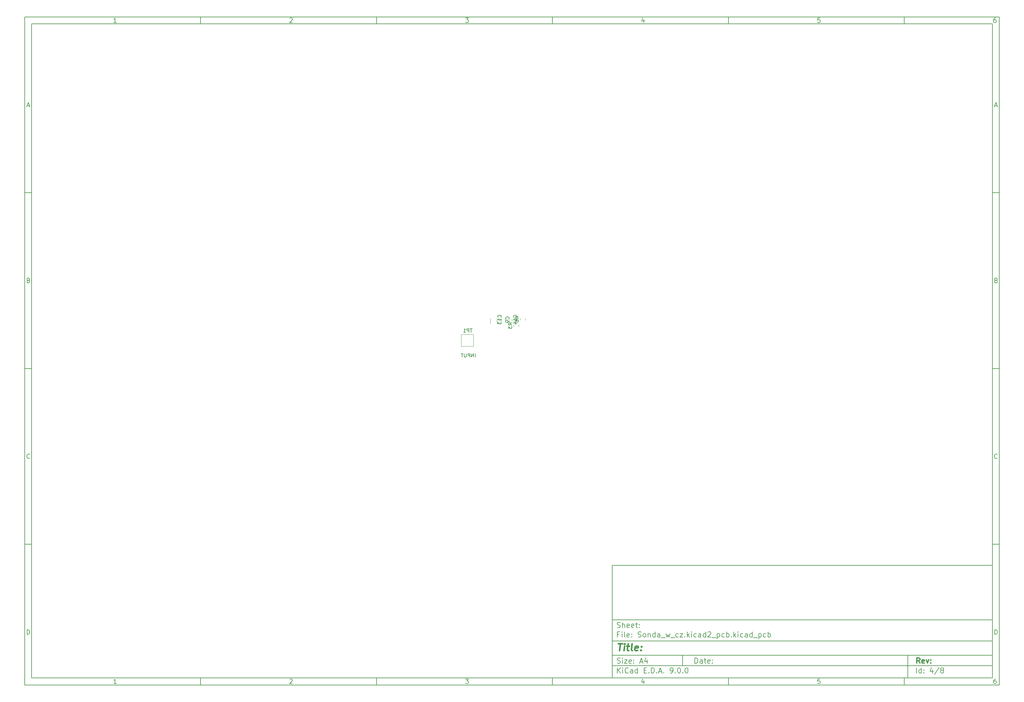
<source format=gbo>
%TF.GenerationSoftware,KiCad,Pcbnew,9.0.0*%
%TF.CreationDate,2025-03-20T15:23:59+01:00*%
%TF.ProjectId,Sonda_w_cz.kicad2_pcb,536f6e64-615f-4775-9f63-7a2e6b696361,rev?*%
%TF.SameCoordinates,Original*%
%TF.FileFunction,Legend,Bot*%
%TF.FilePolarity,Positive*%
%FSLAX46Y46*%
G04 Gerber Fmt 4.6, Leading zero omitted, Abs format (unit mm)*
G04 Created by KiCad (PCBNEW 9.0.0) date 2025-03-20 15:23:59*
%MOMM*%
%LPD*%
G01*
G04 APERTURE LIST*
%ADD10C,0.100000*%
%ADD11C,0.150000*%
%ADD12C,0.300000*%
%ADD13C,0.400000*%
%ADD14C,0.120000*%
G04 APERTURE END LIST*
D10*
D11*
X177002200Y-166007200D02*
X285002200Y-166007200D01*
X285002200Y-198007200D01*
X177002200Y-198007200D01*
X177002200Y-166007200D01*
D10*
D11*
X10000000Y-10000000D02*
X287002200Y-10000000D01*
X287002200Y-200007200D01*
X10000000Y-200007200D01*
X10000000Y-10000000D01*
D10*
D11*
X12000000Y-12000000D02*
X285002200Y-12000000D01*
X285002200Y-198007200D01*
X12000000Y-198007200D01*
X12000000Y-12000000D01*
D10*
D11*
X60000000Y-12000000D02*
X60000000Y-10000000D01*
D10*
D11*
X110000000Y-12000000D02*
X110000000Y-10000000D01*
D10*
D11*
X160000000Y-12000000D02*
X160000000Y-10000000D01*
D10*
D11*
X210000000Y-12000000D02*
X210000000Y-10000000D01*
D10*
D11*
X260000000Y-12000000D02*
X260000000Y-10000000D01*
D10*
D11*
X36089160Y-11593604D02*
X35346303Y-11593604D01*
X35717731Y-11593604D02*
X35717731Y-10293604D01*
X35717731Y-10293604D02*
X35593922Y-10479319D01*
X35593922Y-10479319D02*
X35470112Y-10603128D01*
X35470112Y-10603128D02*
X35346303Y-10665033D01*
D10*
D11*
X85346303Y-10417414D02*
X85408207Y-10355509D01*
X85408207Y-10355509D02*
X85532017Y-10293604D01*
X85532017Y-10293604D02*
X85841541Y-10293604D01*
X85841541Y-10293604D02*
X85965350Y-10355509D01*
X85965350Y-10355509D02*
X86027255Y-10417414D01*
X86027255Y-10417414D02*
X86089160Y-10541223D01*
X86089160Y-10541223D02*
X86089160Y-10665033D01*
X86089160Y-10665033D02*
X86027255Y-10850747D01*
X86027255Y-10850747D02*
X85284398Y-11593604D01*
X85284398Y-11593604D02*
X86089160Y-11593604D01*
D10*
D11*
X135284398Y-10293604D02*
X136089160Y-10293604D01*
X136089160Y-10293604D02*
X135655826Y-10788842D01*
X135655826Y-10788842D02*
X135841541Y-10788842D01*
X135841541Y-10788842D02*
X135965350Y-10850747D01*
X135965350Y-10850747D02*
X136027255Y-10912652D01*
X136027255Y-10912652D02*
X136089160Y-11036461D01*
X136089160Y-11036461D02*
X136089160Y-11345985D01*
X136089160Y-11345985D02*
X136027255Y-11469795D01*
X136027255Y-11469795D02*
X135965350Y-11531700D01*
X135965350Y-11531700D02*
X135841541Y-11593604D01*
X135841541Y-11593604D02*
X135470112Y-11593604D01*
X135470112Y-11593604D02*
X135346303Y-11531700D01*
X135346303Y-11531700D02*
X135284398Y-11469795D01*
D10*
D11*
X185965350Y-10726938D02*
X185965350Y-11593604D01*
X185655826Y-10231700D02*
X185346303Y-11160271D01*
X185346303Y-11160271D02*
X186151064Y-11160271D01*
D10*
D11*
X236027255Y-10293604D02*
X235408207Y-10293604D01*
X235408207Y-10293604D02*
X235346303Y-10912652D01*
X235346303Y-10912652D02*
X235408207Y-10850747D01*
X235408207Y-10850747D02*
X235532017Y-10788842D01*
X235532017Y-10788842D02*
X235841541Y-10788842D01*
X235841541Y-10788842D02*
X235965350Y-10850747D01*
X235965350Y-10850747D02*
X236027255Y-10912652D01*
X236027255Y-10912652D02*
X236089160Y-11036461D01*
X236089160Y-11036461D02*
X236089160Y-11345985D01*
X236089160Y-11345985D02*
X236027255Y-11469795D01*
X236027255Y-11469795D02*
X235965350Y-11531700D01*
X235965350Y-11531700D02*
X235841541Y-11593604D01*
X235841541Y-11593604D02*
X235532017Y-11593604D01*
X235532017Y-11593604D02*
X235408207Y-11531700D01*
X235408207Y-11531700D02*
X235346303Y-11469795D01*
D10*
D11*
X285965350Y-10293604D02*
X285717731Y-10293604D01*
X285717731Y-10293604D02*
X285593922Y-10355509D01*
X285593922Y-10355509D02*
X285532017Y-10417414D01*
X285532017Y-10417414D02*
X285408207Y-10603128D01*
X285408207Y-10603128D02*
X285346303Y-10850747D01*
X285346303Y-10850747D02*
X285346303Y-11345985D01*
X285346303Y-11345985D02*
X285408207Y-11469795D01*
X285408207Y-11469795D02*
X285470112Y-11531700D01*
X285470112Y-11531700D02*
X285593922Y-11593604D01*
X285593922Y-11593604D02*
X285841541Y-11593604D01*
X285841541Y-11593604D02*
X285965350Y-11531700D01*
X285965350Y-11531700D02*
X286027255Y-11469795D01*
X286027255Y-11469795D02*
X286089160Y-11345985D01*
X286089160Y-11345985D02*
X286089160Y-11036461D01*
X286089160Y-11036461D02*
X286027255Y-10912652D01*
X286027255Y-10912652D02*
X285965350Y-10850747D01*
X285965350Y-10850747D02*
X285841541Y-10788842D01*
X285841541Y-10788842D02*
X285593922Y-10788842D01*
X285593922Y-10788842D02*
X285470112Y-10850747D01*
X285470112Y-10850747D02*
X285408207Y-10912652D01*
X285408207Y-10912652D02*
X285346303Y-11036461D01*
D10*
D11*
X60000000Y-198007200D02*
X60000000Y-200007200D01*
D10*
D11*
X110000000Y-198007200D02*
X110000000Y-200007200D01*
D10*
D11*
X160000000Y-198007200D02*
X160000000Y-200007200D01*
D10*
D11*
X210000000Y-198007200D02*
X210000000Y-200007200D01*
D10*
D11*
X260000000Y-198007200D02*
X260000000Y-200007200D01*
D10*
D11*
X36089160Y-199600804D02*
X35346303Y-199600804D01*
X35717731Y-199600804D02*
X35717731Y-198300804D01*
X35717731Y-198300804D02*
X35593922Y-198486519D01*
X35593922Y-198486519D02*
X35470112Y-198610328D01*
X35470112Y-198610328D02*
X35346303Y-198672233D01*
D10*
D11*
X85346303Y-198424614D02*
X85408207Y-198362709D01*
X85408207Y-198362709D02*
X85532017Y-198300804D01*
X85532017Y-198300804D02*
X85841541Y-198300804D01*
X85841541Y-198300804D02*
X85965350Y-198362709D01*
X85965350Y-198362709D02*
X86027255Y-198424614D01*
X86027255Y-198424614D02*
X86089160Y-198548423D01*
X86089160Y-198548423D02*
X86089160Y-198672233D01*
X86089160Y-198672233D02*
X86027255Y-198857947D01*
X86027255Y-198857947D02*
X85284398Y-199600804D01*
X85284398Y-199600804D02*
X86089160Y-199600804D01*
D10*
D11*
X135284398Y-198300804D02*
X136089160Y-198300804D01*
X136089160Y-198300804D02*
X135655826Y-198796042D01*
X135655826Y-198796042D02*
X135841541Y-198796042D01*
X135841541Y-198796042D02*
X135965350Y-198857947D01*
X135965350Y-198857947D02*
X136027255Y-198919852D01*
X136027255Y-198919852D02*
X136089160Y-199043661D01*
X136089160Y-199043661D02*
X136089160Y-199353185D01*
X136089160Y-199353185D02*
X136027255Y-199476995D01*
X136027255Y-199476995D02*
X135965350Y-199538900D01*
X135965350Y-199538900D02*
X135841541Y-199600804D01*
X135841541Y-199600804D02*
X135470112Y-199600804D01*
X135470112Y-199600804D02*
X135346303Y-199538900D01*
X135346303Y-199538900D02*
X135284398Y-199476995D01*
D10*
D11*
X185965350Y-198734138D02*
X185965350Y-199600804D01*
X185655826Y-198238900D02*
X185346303Y-199167471D01*
X185346303Y-199167471D02*
X186151064Y-199167471D01*
D10*
D11*
X236027255Y-198300804D02*
X235408207Y-198300804D01*
X235408207Y-198300804D02*
X235346303Y-198919852D01*
X235346303Y-198919852D02*
X235408207Y-198857947D01*
X235408207Y-198857947D02*
X235532017Y-198796042D01*
X235532017Y-198796042D02*
X235841541Y-198796042D01*
X235841541Y-198796042D02*
X235965350Y-198857947D01*
X235965350Y-198857947D02*
X236027255Y-198919852D01*
X236027255Y-198919852D02*
X236089160Y-199043661D01*
X236089160Y-199043661D02*
X236089160Y-199353185D01*
X236089160Y-199353185D02*
X236027255Y-199476995D01*
X236027255Y-199476995D02*
X235965350Y-199538900D01*
X235965350Y-199538900D02*
X235841541Y-199600804D01*
X235841541Y-199600804D02*
X235532017Y-199600804D01*
X235532017Y-199600804D02*
X235408207Y-199538900D01*
X235408207Y-199538900D02*
X235346303Y-199476995D01*
D10*
D11*
X285965350Y-198300804D02*
X285717731Y-198300804D01*
X285717731Y-198300804D02*
X285593922Y-198362709D01*
X285593922Y-198362709D02*
X285532017Y-198424614D01*
X285532017Y-198424614D02*
X285408207Y-198610328D01*
X285408207Y-198610328D02*
X285346303Y-198857947D01*
X285346303Y-198857947D02*
X285346303Y-199353185D01*
X285346303Y-199353185D02*
X285408207Y-199476995D01*
X285408207Y-199476995D02*
X285470112Y-199538900D01*
X285470112Y-199538900D02*
X285593922Y-199600804D01*
X285593922Y-199600804D02*
X285841541Y-199600804D01*
X285841541Y-199600804D02*
X285965350Y-199538900D01*
X285965350Y-199538900D02*
X286027255Y-199476995D01*
X286027255Y-199476995D02*
X286089160Y-199353185D01*
X286089160Y-199353185D02*
X286089160Y-199043661D01*
X286089160Y-199043661D02*
X286027255Y-198919852D01*
X286027255Y-198919852D02*
X285965350Y-198857947D01*
X285965350Y-198857947D02*
X285841541Y-198796042D01*
X285841541Y-198796042D02*
X285593922Y-198796042D01*
X285593922Y-198796042D02*
X285470112Y-198857947D01*
X285470112Y-198857947D02*
X285408207Y-198919852D01*
X285408207Y-198919852D02*
X285346303Y-199043661D01*
D10*
D11*
X10000000Y-60000000D02*
X12000000Y-60000000D01*
D10*
D11*
X10000000Y-110000000D02*
X12000000Y-110000000D01*
D10*
D11*
X10000000Y-160000000D02*
X12000000Y-160000000D01*
D10*
D11*
X10690476Y-35222176D02*
X11309523Y-35222176D01*
X10566666Y-35593604D02*
X10999999Y-34293604D01*
X10999999Y-34293604D02*
X11433333Y-35593604D01*
D10*
D11*
X11092857Y-84912652D02*
X11278571Y-84974557D01*
X11278571Y-84974557D02*
X11340476Y-85036461D01*
X11340476Y-85036461D02*
X11402380Y-85160271D01*
X11402380Y-85160271D02*
X11402380Y-85345985D01*
X11402380Y-85345985D02*
X11340476Y-85469795D01*
X11340476Y-85469795D02*
X11278571Y-85531700D01*
X11278571Y-85531700D02*
X11154761Y-85593604D01*
X11154761Y-85593604D02*
X10659523Y-85593604D01*
X10659523Y-85593604D02*
X10659523Y-84293604D01*
X10659523Y-84293604D02*
X11092857Y-84293604D01*
X11092857Y-84293604D02*
X11216666Y-84355509D01*
X11216666Y-84355509D02*
X11278571Y-84417414D01*
X11278571Y-84417414D02*
X11340476Y-84541223D01*
X11340476Y-84541223D02*
X11340476Y-84665033D01*
X11340476Y-84665033D02*
X11278571Y-84788842D01*
X11278571Y-84788842D02*
X11216666Y-84850747D01*
X11216666Y-84850747D02*
X11092857Y-84912652D01*
X11092857Y-84912652D02*
X10659523Y-84912652D01*
D10*
D11*
X11402380Y-135469795D02*
X11340476Y-135531700D01*
X11340476Y-135531700D02*
X11154761Y-135593604D01*
X11154761Y-135593604D02*
X11030952Y-135593604D01*
X11030952Y-135593604D02*
X10845238Y-135531700D01*
X10845238Y-135531700D02*
X10721428Y-135407890D01*
X10721428Y-135407890D02*
X10659523Y-135284080D01*
X10659523Y-135284080D02*
X10597619Y-135036461D01*
X10597619Y-135036461D02*
X10597619Y-134850747D01*
X10597619Y-134850747D02*
X10659523Y-134603128D01*
X10659523Y-134603128D02*
X10721428Y-134479319D01*
X10721428Y-134479319D02*
X10845238Y-134355509D01*
X10845238Y-134355509D02*
X11030952Y-134293604D01*
X11030952Y-134293604D02*
X11154761Y-134293604D01*
X11154761Y-134293604D02*
X11340476Y-134355509D01*
X11340476Y-134355509D02*
X11402380Y-134417414D01*
D10*
D11*
X10659523Y-185593604D02*
X10659523Y-184293604D01*
X10659523Y-184293604D02*
X10969047Y-184293604D01*
X10969047Y-184293604D02*
X11154761Y-184355509D01*
X11154761Y-184355509D02*
X11278571Y-184479319D01*
X11278571Y-184479319D02*
X11340476Y-184603128D01*
X11340476Y-184603128D02*
X11402380Y-184850747D01*
X11402380Y-184850747D02*
X11402380Y-185036461D01*
X11402380Y-185036461D02*
X11340476Y-185284080D01*
X11340476Y-185284080D02*
X11278571Y-185407890D01*
X11278571Y-185407890D02*
X11154761Y-185531700D01*
X11154761Y-185531700D02*
X10969047Y-185593604D01*
X10969047Y-185593604D02*
X10659523Y-185593604D01*
D10*
D11*
X287002200Y-60000000D02*
X285002200Y-60000000D01*
D10*
D11*
X287002200Y-110000000D02*
X285002200Y-110000000D01*
D10*
D11*
X287002200Y-160000000D02*
X285002200Y-160000000D01*
D10*
D11*
X285692676Y-35222176D02*
X286311723Y-35222176D01*
X285568866Y-35593604D02*
X286002199Y-34293604D01*
X286002199Y-34293604D02*
X286435533Y-35593604D01*
D10*
D11*
X286095057Y-84912652D02*
X286280771Y-84974557D01*
X286280771Y-84974557D02*
X286342676Y-85036461D01*
X286342676Y-85036461D02*
X286404580Y-85160271D01*
X286404580Y-85160271D02*
X286404580Y-85345985D01*
X286404580Y-85345985D02*
X286342676Y-85469795D01*
X286342676Y-85469795D02*
X286280771Y-85531700D01*
X286280771Y-85531700D02*
X286156961Y-85593604D01*
X286156961Y-85593604D02*
X285661723Y-85593604D01*
X285661723Y-85593604D02*
X285661723Y-84293604D01*
X285661723Y-84293604D02*
X286095057Y-84293604D01*
X286095057Y-84293604D02*
X286218866Y-84355509D01*
X286218866Y-84355509D02*
X286280771Y-84417414D01*
X286280771Y-84417414D02*
X286342676Y-84541223D01*
X286342676Y-84541223D02*
X286342676Y-84665033D01*
X286342676Y-84665033D02*
X286280771Y-84788842D01*
X286280771Y-84788842D02*
X286218866Y-84850747D01*
X286218866Y-84850747D02*
X286095057Y-84912652D01*
X286095057Y-84912652D02*
X285661723Y-84912652D01*
D10*
D11*
X286404580Y-135469795D02*
X286342676Y-135531700D01*
X286342676Y-135531700D02*
X286156961Y-135593604D01*
X286156961Y-135593604D02*
X286033152Y-135593604D01*
X286033152Y-135593604D02*
X285847438Y-135531700D01*
X285847438Y-135531700D02*
X285723628Y-135407890D01*
X285723628Y-135407890D02*
X285661723Y-135284080D01*
X285661723Y-135284080D02*
X285599819Y-135036461D01*
X285599819Y-135036461D02*
X285599819Y-134850747D01*
X285599819Y-134850747D02*
X285661723Y-134603128D01*
X285661723Y-134603128D02*
X285723628Y-134479319D01*
X285723628Y-134479319D02*
X285847438Y-134355509D01*
X285847438Y-134355509D02*
X286033152Y-134293604D01*
X286033152Y-134293604D02*
X286156961Y-134293604D01*
X286156961Y-134293604D02*
X286342676Y-134355509D01*
X286342676Y-134355509D02*
X286404580Y-134417414D01*
D10*
D11*
X285661723Y-185593604D02*
X285661723Y-184293604D01*
X285661723Y-184293604D02*
X285971247Y-184293604D01*
X285971247Y-184293604D02*
X286156961Y-184355509D01*
X286156961Y-184355509D02*
X286280771Y-184479319D01*
X286280771Y-184479319D02*
X286342676Y-184603128D01*
X286342676Y-184603128D02*
X286404580Y-184850747D01*
X286404580Y-184850747D02*
X286404580Y-185036461D01*
X286404580Y-185036461D02*
X286342676Y-185284080D01*
X286342676Y-185284080D02*
X286280771Y-185407890D01*
X286280771Y-185407890D02*
X286156961Y-185531700D01*
X286156961Y-185531700D02*
X285971247Y-185593604D01*
X285971247Y-185593604D02*
X285661723Y-185593604D01*
D10*
D11*
X200458026Y-193793328D02*
X200458026Y-192293328D01*
X200458026Y-192293328D02*
X200815169Y-192293328D01*
X200815169Y-192293328D02*
X201029455Y-192364757D01*
X201029455Y-192364757D02*
X201172312Y-192507614D01*
X201172312Y-192507614D02*
X201243741Y-192650471D01*
X201243741Y-192650471D02*
X201315169Y-192936185D01*
X201315169Y-192936185D02*
X201315169Y-193150471D01*
X201315169Y-193150471D02*
X201243741Y-193436185D01*
X201243741Y-193436185D02*
X201172312Y-193579042D01*
X201172312Y-193579042D02*
X201029455Y-193721900D01*
X201029455Y-193721900D02*
X200815169Y-193793328D01*
X200815169Y-193793328D02*
X200458026Y-193793328D01*
X202600884Y-193793328D02*
X202600884Y-193007614D01*
X202600884Y-193007614D02*
X202529455Y-192864757D01*
X202529455Y-192864757D02*
X202386598Y-192793328D01*
X202386598Y-192793328D02*
X202100884Y-192793328D01*
X202100884Y-192793328D02*
X201958026Y-192864757D01*
X202600884Y-193721900D02*
X202458026Y-193793328D01*
X202458026Y-193793328D02*
X202100884Y-193793328D01*
X202100884Y-193793328D02*
X201958026Y-193721900D01*
X201958026Y-193721900D02*
X201886598Y-193579042D01*
X201886598Y-193579042D02*
X201886598Y-193436185D01*
X201886598Y-193436185D02*
X201958026Y-193293328D01*
X201958026Y-193293328D02*
X202100884Y-193221900D01*
X202100884Y-193221900D02*
X202458026Y-193221900D01*
X202458026Y-193221900D02*
X202600884Y-193150471D01*
X203100884Y-192793328D02*
X203672312Y-192793328D01*
X203315169Y-192293328D02*
X203315169Y-193579042D01*
X203315169Y-193579042D02*
X203386598Y-193721900D01*
X203386598Y-193721900D02*
X203529455Y-193793328D01*
X203529455Y-193793328D02*
X203672312Y-193793328D01*
X204743741Y-193721900D02*
X204600884Y-193793328D01*
X204600884Y-193793328D02*
X204315170Y-193793328D01*
X204315170Y-193793328D02*
X204172312Y-193721900D01*
X204172312Y-193721900D02*
X204100884Y-193579042D01*
X204100884Y-193579042D02*
X204100884Y-193007614D01*
X204100884Y-193007614D02*
X204172312Y-192864757D01*
X204172312Y-192864757D02*
X204315170Y-192793328D01*
X204315170Y-192793328D02*
X204600884Y-192793328D01*
X204600884Y-192793328D02*
X204743741Y-192864757D01*
X204743741Y-192864757D02*
X204815170Y-193007614D01*
X204815170Y-193007614D02*
X204815170Y-193150471D01*
X204815170Y-193150471D02*
X204100884Y-193293328D01*
X205458026Y-193650471D02*
X205529455Y-193721900D01*
X205529455Y-193721900D02*
X205458026Y-193793328D01*
X205458026Y-193793328D02*
X205386598Y-193721900D01*
X205386598Y-193721900D02*
X205458026Y-193650471D01*
X205458026Y-193650471D02*
X205458026Y-193793328D01*
X205458026Y-192864757D02*
X205529455Y-192936185D01*
X205529455Y-192936185D02*
X205458026Y-193007614D01*
X205458026Y-193007614D02*
X205386598Y-192936185D01*
X205386598Y-192936185D02*
X205458026Y-192864757D01*
X205458026Y-192864757D02*
X205458026Y-193007614D01*
D10*
D11*
X177002200Y-194507200D02*
X285002200Y-194507200D01*
D10*
D11*
X178458026Y-196593328D02*
X178458026Y-195093328D01*
X179315169Y-196593328D02*
X178672312Y-195736185D01*
X179315169Y-195093328D02*
X178458026Y-195950471D01*
X179958026Y-196593328D02*
X179958026Y-195593328D01*
X179958026Y-195093328D02*
X179886598Y-195164757D01*
X179886598Y-195164757D02*
X179958026Y-195236185D01*
X179958026Y-195236185D02*
X180029455Y-195164757D01*
X180029455Y-195164757D02*
X179958026Y-195093328D01*
X179958026Y-195093328D02*
X179958026Y-195236185D01*
X181529455Y-196450471D02*
X181458027Y-196521900D01*
X181458027Y-196521900D02*
X181243741Y-196593328D01*
X181243741Y-196593328D02*
X181100884Y-196593328D01*
X181100884Y-196593328D02*
X180886598Y-196521900D01*
X180886598Y-196521900D02*
X180743741Y-196379042D01*
X180743741Y-196379042D02*
X180672312Y-196236185D01*
X180672312Y-196236185D02*
X180600884Y-195950471D01*
X180600884Y-195950471D02*
X180600884Y-195736185D01*
X180600884Y-195736185D02*
X180672312Y-195450471D01*
X180672312Y-195450471D02*
X180743741Y-195307614D01*
X180743741Y-195307614D02*
X180886598Y-195164757D01*
X180886598Y-195164757D02*
X181100884Y-195093328D01*
X181100884Y-195093328D02*
X181243741Y-195093328D01*
X181243741Y-195093328D02*
X181458027Y-195164757D01*
X181458027Y-195164757D02*
X181529455Y-195236185D01*
X182815170Y-196593328D02*
X182815170Y-195807614D01*
X182815170Y-195807614D02*
X182743741Y-195664757D01*
X182743741Y-195664757D02*
X182600884Y-195593328D01*
X182600884Y-195593328D02*
X182315170Y-195593328D01*
X182315170Y-195593328D02*
X182172312Y-195664757D01*
X182815170Y-196521900D02*
X182672312Y-196593328D01*
X182672312Y-196593328D02*
X182315170Y-196593328D01*
X182315170Y-196593328D02*
X182172312Y-196521900D01*
X182172312Y-196521900D02*
X182100884Y-196379042D01*
X182100884Y-196379042D02*
X182100884Y-196236185D01*
X182100884Y-196236185D02*
X182172312Y-196093328D01*
X182172312Y-196093328D02*
X182315170Y-196021900D01*
X182315170Y-196021900D02*
X182672312Y-196021900D01*
X182672312Y-196021900D02*
X182815170Y-195950471D01*
X184172313Y-196593328D02*
X184172313Y-195093328D01*
X184172313Y-196521900D02*
X184029455Y-196593328D01*
X184029455Y-196593328D02*
X183743741Y-196593328D01*
X183743741Y-196593328D02*
X183600884Y-196521900D01*
X183600884Y-196521900D02*
X183529455Y-196450471D01*
X183529455Y-196450471D02*
X183458027Y-196307614D01*
X183458027Y-196307614D02*
X183458027Y-195879042D01*
X183458027Y-195879042D02*
X183529455Y-195736185D01*
X183529455Y-195736185D02*
X183600884Y-195664757D01*
X183600884Y-195664757D02*
X183743741Y-195593328D01*
X183743741Y-195593328D02*
X184029455Y-195593328D01*
X184029455Y-195593328D02*
X184172313Y-195664757D01*
X186029455Y-195807614D02*
X186529455Y-195807614D01*
X186743741Y-196593328D02*
X186029455Y-196593328D01*
X186029455Y-196593328D02*
X186029455Y-195093328D01*
X186029455Y-195093328D02*
X186743741Y-195093328D01*
X187386598Y-196450471D02*
X187458027Y-196521900D01*
X187458027Y-196521900D02*
X187386598Y-196593328D01*
X187386598Y-196593328D02*
X187315170Y-196521900D01*
X187315170Y-196521900D02*
X187386598Y-196450471D01*
X187386598Y-196450471D02*
X187386598Y-196593328D01*
X188100884Y-196593328D02*
X188100884Y-195093328D01*
X188100884Y-195093328D02*
X188458027Y-195093328D01*
X188458027Y-195093328D02*
X188672313Y-195164757D01*
X188672313Y-195164757D02*
X188815170Y-195307614D01*
X188815170Y-195307614D02*
X188886599Y-195450471D01*
X188886599Y-195450471D02*
X188958027Y-195736185D01*
X188958027Y-195736185D02*
X188958027Y-195950471D01*
X188958027Y-195950471D02*
X188886599Y-196236185D01*
X188886599Y-196236185D02*
X188815170Y-196379042D01*
X188815170Y-196379042D02*
X188672313Y-196521900D01*
X188672313Y-196521900D02*
X188458027Y-196593328D01*
X188458027Y-196593328D02*
X188100884Y-196593328D01*
X189600884Y-196450471D02*
X189672313Y-196521900D01*
X189672313Y-196521900D02*
X189600884Y-196593328D01*
X189600884Y-196593328D02*
X189529456Y-196521900D01*
X189529456Y-196521900D02*
X189600884Y-196450471D01*
X189600884Y-196450471D02*
X189600884Y-196593328D01*
X190243742Y-196164757D02*
X190958028Y-196164757D01*
X190100885Y-196593328D02*
X190600885Y-195093328D01*
X190600885Y-195093328D02*
X191100885Y-196593328D01*
X191600884Y-196450471D02*
X191672313Y-196521900D01*
X191672313Y-196521900D02*
X191600884Y-196593328D01*
X191600884Y-196593328D02*
X191529456Y-196521900D01*
X191529456Y-196521900D02*
X191600884Y-196450471D01*
X191600884Y-196450471D02*
X191600884Y-196593328D01*
X193529456Y-196593328D02*
X193815170Y-196593328D01*
X193815170Y-196593328D02*
X193958027Y-196521900D01*
X193958027Y-196521900D02*
X194029456Y-196450471D01*
X194029456Y-196450471D02*
X194172313Y-196236185D01*
X194172313Y-196236185D02*
X194243742Y-195950471D01*
X194243742Y-195950471D02*
X194243742Y-195379042D01*
X194243742Y-195379042D02*
X194172313Y-195236185D01*
X194172313Y-195236185D02*
X194100885Y-195164757D01*
X194100885Y-195164757D02*
X193958027Y-195093328D01*
X193958027Y-195093328D02*
X193672313Y-195093328D01*
X193672313Y-195093328D02*
X193529456Y-195164757D01*
X193529456Y-195164757D02*
X193458027Y-195236185D01*
X193458027Y-195236185D02*
X193386599Y-195379042D01*
X193386599Y-195379042D02*
X193386599Y-195736185D01*
X193386599Y-195736185D02*
X193458027Y-195879042D01*
X193458027Y-195879042D02*
X193529456Y-195950471D01*
X193529456Y-195950471D02*
X193672313Y-196021900D01*
X193672313Y-196021900D02*
X193958027Y-196021900D01*
X193958027Y-196021900D02*
X194100885Y-195950471D01*
X194100885Y-195950471D02*
X194172313Y-195879042D01*
X194172313Y-195879042D02*
X194243742Y-195736185D01*
X194886598Y-196450471D02*
X194958027Y-196521900D01*
X194958027Y-196521900D02*
X194886598Y-196593328D01*
X194886598Y-196593328D02*
X194815170Y-196521900D01*
X194815170Y-196521900D02*
X194886598Y-196450471D01*
X194886598Y-196450471D02*
X194886598Y-196593328D01*
X195886599Y-195093328D02*
X196029456Y-195093328D01*
X196029456Y-195093328D02*
X196172313Y-195164757D01*
X196172313Y-195164757D02*
X196243742Y-195236185D01*
X196243742Y-195236185D02*
X196315170Y-195379042D01*
X196315170Y-195379042D02*
X196386599Y-195664757D01*
X196386599Y-195664757D02*
X196386599Y-196021900D01*
X196386599Y-196021900D02*
X196315170Y-196307614D01*
X196315170Y-196307614D02*
X196243742Y-196450471D01*
X196243742Y-196450471D02*
X196172313Y-196521900D01*
X196172313Y-196521900D02*
X196029456Y-196593328D01*
X196029456Y-196593328D02*
X195886599Y-196593328D01*
X195886599Y-196593328D02*
X195743742Y-196521900D01*
X195743742Y-196521900D02*
X195672313Y-196450471D01*
X195672313Y-196450471D02*
X195600884Y-196307614D01*
X195600884Y-196307614D02*
X195529456Y-196021900D01*
X195529456Y-196021900D02*
X195529456Y-195664757D01*
X195529456Y-195664757D02*
X195600884Y-195379042D01*
X195600884Y-195379042D02*
X195672313Y-195236185D01*
X195672313Y-195236185D02*
X195743742Y-195164757D01*
X195743742Y-195164757D02*
X195886599Y-195093328D01*
X197029455Y-196450471D02*
X197100884Y-196521900D01*
X197100884Y-196521900D02*
X197029455Y-196593328D01*
X197029455Y-196593328D02*
X196958027Y-196521900D01*
X196958027Y-196521900D02*
X197029455Y-196450471D01*
X197029455Y-196450471D02*
X197029455Y-196593328D01*
X198029456Y-195093328D02*
X198172313Y-195093328D01*
X198172313Y-195093328D02*
X198315170Y-195164757D01*
X198315170Y-195164757D02*
X198386599Y-195236185D01*
X198386599Y-195236185D02*
X198458027Y-195379042D01*
X198458027Y-195379042D02*
X198529456Y-195664757D01*
X198529456Y-195664757D02*
X198529456Y-196021900D01*
X198529456Y-196021900D02*
X198458027Y-196307614D01*
X198458027Y-196307614D02*
X198386599Y-196450471D01*
X198386599Y-196450471D02*
X198315170Y-196521900D01*
X198315170Y-196521900D02*
X198172313Y-196593328D01*
X198172313Y-196593328D02*
X198029456Y-196593328D01*
X198029456Y-196593328D02*
X197886599Y-196521900D01*
X197886599Y-196521900D02*
X197815170Y-196450471D01*
X197815170Y-196450471D02*
X197743741Y-196307614D01*
X197743741Y-196307614D02*
X197672313Y-196021900D01*
X197672313Y-196021900D02*
X197672313Y-195664757D01*
X197672313Y-195664757D02*
X197743741Y-195379042D01*
X197743741Y-195379042D02*
X197815170Y-195236185D01*
X197815170Y-195236185D02*
X197886599Y-195164757D01*
X197886599Y-195164757D02*
X198029456Y-195093328D01*
D10*
D11*
X177002200Y-191507200D02*
X285002200Y-191507200D01*
D10*
D12*
X264413853Y-193785528D02*
X263913853Y-193071242D01*
X263556710Y-193785528D02*
X263556710Y-192285528D01*
X263556710Y-192285528D02*
X264128139Y-192285528D01*
X264128139Y-192285528D02*
X264270996Y-192356957D01*
X264270996Y-192356957D02*
X264342425Y-192428385D01*
X264342425Y-192428385D02*
X264413853Y-192571242D01*
X264413853Y-192571242D02*
X264413853Y-192785528D01*
X264413853Y-192785528D02*
X264342425Y-192928385D01*
X264342425Y-192928385D02*
X264270996Y-192999814D01*
X264270996Y-192999814D02*
X264128139Y-193071242D01*
X264128139Y-193071242D02*
X263556710Y-193071242D01*
X265628139Y-193714100D02*
X265485282Y-193785528D01*
X265485282Y-193785528D02*
X265199568Y-193785528D01*
X265199568Y-193785528D02*
X265056710Y-193714100D01*
X265056710Y-193714100D02*
X264985282Y-193571242D01*
X264985282Y-193571242D02*
X264985282Y-192999814D01*
X264985282Y-192999814D02*
X265056710Y-192856957D01*
X265056710Y-192856957D02*
X265199568Y-192785528D01*
X265199568Y-192785528D02*
X265485282Y-192785528D01*
X265485282Y-192785528D02*
X265628139Y-192856957D01*
X265628139Y-192856957D02*
X265699568Y-192999814D01*
X265699568Y-192999814D02*
X265699568Y-193142671D01*
X265699568Y-193142671D02*
X264985282Y-193285528D01*
X266199567Y-192785528D02*
X266556710Y-193785528D01*
X266556710Y-193785528D02*
X266913853Y-192785528D01*
X267485281Y-193642671D02*
X267556710Y-193714100D01*
X267556710Y-193714100D02*
X267485281Y-193785528D01*
X267485281Y-193785528D02*
X267413853Y-193714100D01*
X267413853Y-193714100D02*
X267485281Y-193642671D01*
X267485281Y-193642671D02*
X267485281Y-193785528D01*
X267485281Y-192856957D02*
X267556710Y-192928385D01*
X267556710Y-192928385D02*
X267485281Y-192999814D01*
X267485281Y-192999814D02*
X267413853Y-192928385D01*
X267413853Y-192928385D02*
X267485281Y-192856957D01*
X267485281Y-192856957D02*
X267485281Y-192999814D01*
D10*
D11*
X178386598Y-193721900D02*
X178600884Y-193793328D01*
X178600884Y-193793328D02*
X178958026Y-193793328D01*
X178958026Y-193793328D02*
X179100884Y-193721900D01*
X179100884Y-193721900D02*
X179172312Y-193650471D01*
X179172312Y-193650471D02*
X179243741Y-193507614D01*
X179243741Y-193507614D02*
X179243741Y-193364757D01*
X179243741Y-193364757D02*
X179172312Y-193221900D01*
X179172312Y-193221900D02*
X179100884Y-193150471D01*
X179100884Y-193150471D02*
X178958026Y-193079042D01*
X178958026Y-193079042D02*
X178672312Y-193007614D01*
X178672312Y-193007614D02*
X178529455Y-192936185D01*
X178529455Y-192936185D02*
X178458026Y-192864757D01*
X178458026Y-192864757D02*
X178386598Y-192721900D01*
X178386598Y-192721900D02*
X178386598Y-192579042D01*
X178386598Y-192579042D02*
X178458026Y-192436185D01*
X178458026Y-192436185D02*
X178529455Y-192364757D01*
X178529455Y-192364757D02*
X178672312Y-192293328D01*
X178672312Y-192293328D02*
X179029455Y-192293328D01*
X179029455Y-192293328D02*
X179243741Y-192364757D01*
X179886597Y-193793328D02*
X179886597Y-192793328D01*
X179886597Y-192293328D02*
X179815169Y-192364757D01*
X179815169Y-192364757D02*
X179886597Y-192436185D01*
X179886597Y-192436185D02*
X179958026Y-192364757D01*
X179958026Y-192364757D02*
X179886597Y-192293328D01*
X179886597Y-192293328D02*
X179886597Y-192436185D01*
X180458026Y-192793328D02*
X181243741Y-192793328D01*
X181243741Y-192793328D02*
X180458026Y-193793328D01*
X180458026Y-193793328D02*
X181243741Y-193793328D01*
X182386598Y-193721900D02*
X182243741Y-193793328D01*
X182243741Y-193793328D02*
X181958027Y-193793328D01*
X181958027Y-193793328D02*
X181815169Y-193721900D01*
X181815169Y-193721900D02*
X181743741Y-193579042D01*
X181743741Y-193579042D02*
X181743741Y-193007614D01*
X181743741Y-193007614D02*
X181815169Y-192864757D01*
X181815169Y-192864757D02*
X181958027Y-192793328D01*
X181958027Y-192793328D02*
X182243741Y-192793328D01*
X182243741Y-192793328D02*
X182386598Y-192864757D01*
X182386598Y-192864757D02*
X182458027Y-193007614D01*
X182458027Y-193007614D02*
X182458027Y-193150471D01*
X182458027Y-193150471D02*
X181743741Y-193293328D01*
X183100883Y-193650471D02*
X183172312Y-193721900D01*
X183172312Y-193721900D02*
X183100883Y-193793328D01*
X183100883Y-193793328D02*
X183029455Y-193721900D01*
X183029455Y-193721900D02*
X183100883Y-193650471D01*
X183100883Y-193650471D02*
X183100883Y-193793328D01*
X183100883Y-192864757D02*
X183172312Y-192936185D01*
X183172312Y-192936185D02*
X183100883Y-193007614D01*
X183100883Y-193007614D02*
X183029455Y-192936185D01*
X183029455Y-192936185D02*
X183100883Y-192864757D01*
X183100883Y-192864757D02*
X183100883Y-193007614D01*
X184886598Y-193364757D02*
X185600884Y-193364757D01*
X184743741Y-193793328D02*
X185243741Y-192293328D01*
X185243741Y-192293328D02*
X185743741Y-193793328D01*
X186886598Y-192793328D02*
X186886598Y-193793328D01*
X186529455Y-192221900D02*
X186172312Y-193293328D01*
X186172312Y-193293328D02*
X187100883Y-193293328D01*
D10*
D11*
X263458026Y-196593328D02*
X263458026Y-195093328D01*
X264815170Y-196593328D02*
X264815170Y-195093328D01*
X264815170Y-196521900D02*
X264672312Y-196593328D01*
X264672312Y-196593328D02*
X264386598Y-196593328D01*
X264386598Y-196593328D02*
X264243741Y-196521900D01*
X264243741Y-196521900D02*
X264172312Y-196450471D01*
X264172312Y-196450471D02*
X264100884Y-196307614D01*
X264100884Y-196307614D02*
X264100884Y-195879042D01*
X264100884Y-195879042D02*
X264172312Y-195736185D01*
X264172312Y-195736185D02*
X264243741Y-195664757D01*
X264243741Y-195664757D02*
X264386598Y-195593328D01*
X264386598Y-195593328D02*
X264672312Y-195593328D01*
X264672312Y-195593328D02*
X264815170Y-195664757D01*
X265529455Y-196450471D02*
X265600884Y-196521900D01*
X265600884Y-196521900D02*
X265529455Y-196593328D01*
X265529455Y-196593328D02*
X265458027Y-196521900D01*
X265458027Y-196521900D02*
X265529455Y-196450471D01*
X265529455Y-196450471D02*
X265529455Y-196593328D01*
X265529455Y-195664757D02*
X265600884Y-195736185D01*
X265600884Y-195736185D02*
X265529455Y-195807614D01*
X265529455Y-195807614D02*
X265458027Y-195736185D01*
X265458027Y-195736185D02*
X265529455Y-195664757D01*
X265529455Y-195664757D02*
X265529455Y-195807614D01*
X268029456Y-195593328D02*
X268029456Y-196593328D01*
X267672313Y-195021900D02*
X267315170Y-196093328D01*
X267315170Y-196093328D02*
X268243741Y-196093328D01*
X269886598Y-195021900D02*
X268600884Y-196950471D01*
X270600884Y-195736185D02*
X270458027Y-195664757D01*
X270458027Y-195664757D02*
X270386598Y-195593328D01*
X270386598Y-195593328D02*
X270315170Y-195450471D01*
X270315170Y-195450471D02*
X270315170Y-195379042D01*
X270315170Y-195379042D02*
X270386598Y-195236185D01*
X270386598Y-195236185D02*
X270458027Y-195164757D01*
X270458027Y-195164757D02*
X270600884Y-195093328D01*
X270600884Y-195093328D02*
X270886598Y-195093328D01*
X270886598Y-195093328D02*
X271029456Y-195164757D01*
X271029456Y-195164757D02*
X271100884Y-195236185D01*
X271100884Y-195236185D02*
X271172313Y-195379042D01*
X271172313Y-195379042D02*
X271172313Y-195450471D01*
X271172313Y-195450471D02*
X271100884Y-195593328D01*
X271100884Y-195593328D02*
X271029456Y-195664757D01*
X271029456Y-195664757D02*
X270886598Y-195736185D01*
X270886598Y-195736185D02*
X270600884Y-195736185D01*
X270600884Y-195736185D02*
X270458027Y-195807614D01*
X270458027Y-195807614D02*
X270386598Y-195879042D01*
X270386598Y-195879042D02*
X270315170Y-196021900D01*
X270315170Y-196021900D02*
X270315170Y-196307614D01*
X270315170Y-196307614D02*
X270386598Y-196450471D01*
X270386598Y-196450471D02*
X270458027Y-196521900D01*
X270458027Y-196521900D02*
X270600884Y-196593328D01*
X270600884Y-196593328D02*
X270886598Y-196593328D01*
X270886598Y-196593328D02*
X271029456Y-196521900D01*
X271029456Y-196521900D02*
X271100884Y-196450471D01*
X271100884Y-196450471D02*
X271172313Y-196307614D01*
X271172313Y-196307614D02*
X271172313Y-196021900D01*
X271172313Y-196021900D02*
X271100884Y-195879042D01*
X271100884Y-195879042D02*
X271029456Y-195807614D01*
X271029456Y-195807614D02*
X270886598Y-195736185D01*
D10*
D11*
X177002200Y-187507200D02*
X285002200Y-187507200D01*
D10*
D13*
X178693928Y-188211638D02*
X179836785Y-188211638D01*
X179015357Y-190211638D02*
X179265357Y-188211638D01*
X180253452Y-190211638D02*
X180420119Y-188878304D01*
X180503452Y-188211638D02*
X180396309Y-188306876D01*
X180396309Y-188306876D02*
X180479643Y-188402114D01*
X180479643Y-188402114D02*
X180586786Y-188306876D01*
X180586786Y-188306876D02*
X180503452Y-188211638D01*
X180503452Y-188211638D02*
X180479643Y-188402114D01*
X181086786Y-188878304D02*
X181848690Y-188878304D01*
X181455833Y-188211638D02*
X181241548Y-189925923D01*
X181241548Y-189925923D02*
X181312976Y-190116400D01*
X181312976Y-190116400D02*
X181491548Y-190211638D01*
X181491548Y-190211638D02*
X181682024Y-190211638D01*
X182634405Y-190211638D02*
X182455833Y-190116400D01*
X182455833Y-190116400D02*
X182384405Y-189925923D01*
X182384405Y-189925923D02*
X182598690Y-188211638D01*
X184170119Y-190116400D02*
X183967738Y-190211638D01*
X183967738Y-190211638D02*
X183586785Y-190211638D01*
X183586785Y-190211638D02*
X183408214Y-190116400D01*
X183408214Y-190116400D02*
X183336785Y-189925923D01*
X183336785Y-189925923D02*
X183432024Y-189164019D01*
X183432024Y-189164019D02*
X183551071Y-188973542D01*
X183551071Y-188973542D02*
X183753452Y-188878304D01*
X183753452Y-188878304D02*
X184134404Y-188878304D01*
X184134404Y-188878304D02*
X184312976Y-188973542D01*
X184312976Y-188973542D02*
X184384404Y-189164019D01*
X184384404Y-189164019D02*
X184360595Y-189354495D01*
X184360595Y-189354495D02*
X183384404Y-189544971D01*
X185134405Y-190021161D02*
X185217738Y-190116400D01*
X185217738Y-190116400D02*
X185110595Y-190211638D01*
X185110595Y-190211638D02*
X185027262Y-190116400D01*
X185027262Y-190116400D02*
X185134405Y-190021161D01*
X185134405Y-190021161D02*
X185110595Y-190211638D01*
X185265357Y-188973542D02*
X185348690Y-189068780D01*
X185348690Y-189068780D02*
X185241548Y-189164019D01*
X185241548Y-189164019D02*
X185158214Y-189068780D01*
X185158214Y-189068780D02*
X185265357Y-188973542D01*
X185265357Y-188973542D02*
X185241548Y-189164019D01*
D10*
D11*
X178958026Y-185607614D02*
X178458026Y-185607614D01*
X178458026Y-186393328D02*
X178458026Y-184893328D01*
X178458026Y-184893328D02*
X179172312Y-184893328D01*
X179743740Y-186393328D02*
X179743740Y-185393328D01*
X179743740Y-184893328D02*
X179672312Y-184964757D01*
X179672312Y-184964757D02*
X179743740Y-185036185D01*
X179743740Y-185036185D02*
X179815169Y-184964757D01*
X179815169Y-184964757D02*
X179743740Y-184893328D01*
X179743740Y-184893328D02*
X179743740Y-185036185D01*
X180672312Y-186393328D02*
X180529455Y-186321900D01*
X180529455Y-186321900D02*
X180458026Y-186179042D01*
X180458026Y-186179042D02*
X180458026Y-184893328D01*
X181815169Y-186321900D02*
X181672312Y-186393328D01*
X181672312Y-186393328D02*
X181386598Y-186393328D01*
X181386598Y-186393328D02*
X181243740Y-186321900D01*
X181243740Y-186321900D02*
X181172312Y-186179042D01*
X181172312Y-186179042D02*
X181172312Y-185607614D01*
X181172312Y-185607614D02*
X181243740Y-185464757D01*
X181243740Y-185464757D02*
X181386598Y-185393328D01*
X181386598Y-185393328D02*
X181672312Y-185393328D01*
X181672312Y-185393328D02*
X181815169Y-185464757D01*
X181815169Y-185464757D02*
X181886598Y-185607614D01*
X181886598Y-185607614D02*
X181886598Y-185750471D01*
X181886598Y-185750471D02*
X181172312Y-185893328D01*
X182529454Y-186250471D02*
X182600883Y-186321900D01*
X182600883Y-186321900D02*
X182529454Y-186393328D01*
X182529454Y-186393328D02*
X182458026Y-186321900D01*
X182458026Y-186321900D02*
X182529454Y-186250471D01*
X182529454Y-186250471D02*
X182529454Y-186393328D01*
X182529454Y-185464757D02*
X182600883Y-185536185D01*
X182600883Y-185536185D02*
X182529454Y-185607614D01*
X182529454Y-185607614D02*
X182458026Y-185536185D01*
X182458026Y-185536185D02*
X182529454Y-185464757D01*
X182529454Y-185464757D02*
X182529454Y-185607614D01*
X184315169Y-186321900D02*
X184529455Y-186393328D01*
X184529455Y-186393328D02*
X184886597Y-186393328D01*
X184886597Y-186393328D02*
X185029455Y-186321900D01*
X185029455Y-186321900D02*
X185100883Y-186250471D01*
X185100883Y-186250471D02*
X185172312Y-186107614D01*
X185172312Y-186107614D02*
X185172312Y-185964757D01*
X185172312Y-185964757D02*
X185100883Y-185821900D01*
X185100883Y-185821900D02*
X185029455Y-185750471D01*
X185029455Y-185750471D02*
X184886597Y-185679042D01*
X184886597Y-185679042D02*
X184600883Y-185607614D01*
X184600883Y-185607614D02*
X184458026Y-185536185D01*
X184458026Y-185536185D02*
X184386597Y-185464757D01*
X184386597Y-185464757D02*
X184315169Y-185321900D01*
X184315169Y-185321900D02*
X184315169Y-185179042D01*
X184315169Y-185179042D02*
X184386597Y-185036185D01*
X184386597Y-185036185D02*
X184458026Y-184964757D01*
X184458026Y-184964757D02*
X184600883Y-184893328D01*
X184600883Y-184893328D02*
X184958026Y-184893328D01*
X184958026Y-184893328D02*
X185172312Y-184964757D01*
X186029454Y-186393328D02*
X185886597Y-186321900D01*
X185886597Y-186321900D02*
X185815168Y-186250471D01*
X185815168Y-186250471D02*
X185743740Y-186107614D01*
X185743740Y-186107614D02*
X185743740Y-185679042D01*
X185743740Y-185679042D02*
X185815168Y-185536185D01*
X185815168Y-185536185D02*
X185886597Y-185464757D01*
X185886597Y-185464757D02*
X186029454Y-185393328D01*
X186029454Y-185393328D02*
X186243740Y-185393328D01*
X186243740Y-185393328D02*
X186386597Y-185464757D01*
X186386597Y-185464757D02*
X186458026Y-185536185D01*
X186458026Y-185536185D02*
X186529454Y-185679042D01*
X186529454Y-185679042D02*
X186529454Y-186107614D01*
X186529454Y-186107614D02*
X186458026Y-186250471D01*
X186458026Y-186250471D02*
X186386597Y-186321900D01*
X186386597Y-186321900D02*
X186243740Y-186393328D01*
X186243740Y-186393328D02*
X186029454Y-186393328D01*
X187172311Y-185393328D02*
X187172311Y-186393328D01*
X187172311Y-185536185D02*
X187243740Y-185464757D01*
X187243740Y-185464757D02*
X187386597Y-185393328D01*
X187386597Y-185393328D02*
X187600883Y-185393328D01*
X187600883Y-185393328D02*
X187743740Y-185464757D01*
X187743740Y-185464757D02*
X187815169Y-185607614D01*
X187815169Y-185607614D02*
X187815169Y-186393328D01*
X189172312Y-186393328D02*
X189172312Y-184893328D01*
X189172312Y-186321900D02*
X189029454Y-186393328D01*
X189029454Y-186393328D02*
X188743740Y-186393328D01*
X188743740Y-186393328D02*
X188600883Y-186321900D01*
X188600883Y-186321900D02*
X188529454Y-186250471D01*
X188529454Y-186250471D02*
X188458026Y-186107614D01*
X188458026Y-186107614D02*
X188458026Y-185679042D01*
X188458026Y-185679042D02*
X188529454Y-185536185D01*
X188529454Y-185536185D02*
X188600883Y-185464757D01*
X188600883Y-185464757D02*
X188743740Y-185393328D01*
X188743740Y-185393328D02*
X189029454Y-185393328D01*
X189029454Y-185393328D02*
X189172312Y-185464757D01*
X190529455Y-186393328D02*
X190529455Y-185607614D01*
X190529455Y-185607614D02*
X190458026Y-185464757D01*
X190458026Y-185464757D02*
X190315169Y-185393328D01*
X190315169Y-185393328D02*
X190029455Y-185393328D01*
X190029455Y-185393328D02*
X189886597Y-185464757D01*
X190529455Y-186321900D02*
X190386597Y-186393328D01*
X190386597Y-186393328D02*
X190029455Y-186393328D01*
X190029455Y-186393328D02*
X189886597Y-186321900D01*
X189886597Y-186321900D02*
X189815169Y-186179042D01*
X189815169Y-186179042D02*
X189815169Y-186036185D01*
X189815169Y-186036185D02*
X189886597Y-185893328D01*
X189886597Y-185893328D02*
X190029455Y-185821900D01*
X190029455Y-185821900D02*
X190386597Y-185821900D01*
X190386597Y-185821900D02*
X190529455Y-185750471D01*
X190886598Y-186536185D02*
X192029455Y-186536185D01*
X192243740Y-185393328D02*
X192529455Y-186393328D01*
X192529455Y-186393328D02*
X192815169Y-185679042D01*
X192815169Y-185679042D02*
X193100883Y-186393328D01*
X193100883Y-186393328D02*
X193386597Y-185393328D01*
X193600884Y-186536185D02*
X194743741Y-186536185D01*
X195743741Y-186321900D02*
X195600883Y-186393328D01*
X195600883Y-186393328D02*
X195315169Y-186393328D01*
X195315169Y-186393328D02*
X195172312Y-186321900D01*
X195172312Y-186321900D02*
X195100883Y-186250471D01*
X195100883Y-186250471D02*
X195029455Y-186107614D01*
X195029455Y-186107614D02*
X195029455Y-185679042D01*
X195029455Y-185679042D02*
X195100883Y-185536185D01*
X195100883Y-185536185D02*
X195172312Y-185464757D01*
X195172312Y-185464757D02*
X195315169Y-185393328D01*
X195315169Y-185393328D02*
X195600883Y-185393328D01*
X195600883Y-185393328D02*
X195743741Y-185464757D01*
X196243740Y-185393328D02*
X197029455Y-185393328D01*
X197029455Y-185393328D02*
X196243740Y-186393328D01*
X196243740Y-186393328D02*
X197029455Y-186393328D01*
X197600883Y-186250471D02*
X197672312Y-186321900D01*
X197672312Y-186321900D02*
X197600883Y-186393328D01*
X197600883Y-186393328D02*
X197529455Y-186321900D01*
X197529455Y-186321900D02*
X197600883Y-186250471D01*
X197600883Y-186250471D02*
X197600883Y-186393328D01*
X198315169Y-186393328D02*
X198315169Y-184893328D01*
X198458027Y-185821900D02*
X198886598Y-186393328D01*
X198886598Y-185393328D02*
X198315169Y-185964757D01*
X199529455Y-186393328D02*
X199529455Y-185393328D01*
X199529455Y-184893328D02*
X199458027Y-184964757D01*
X199458027Y-184964757D02*
X199529455Y-185036185D01*
X199529455Y-185036185D02*
X199600884Y-184964757D01*
X199600884Y-184964757D02*
X199529455Y-184893328D01*
X199529455Y-184893328D02*
X199529455Y-185036185D01*
X200886599Y-186321900D02*
X200743741Y-186393328D01*
X200743741Y-186393328D02*
X200458027Y-186393328D01*
X200458027Y-186393328D02*
X200315170Y-186321900D01*
X200315170Y-186321900D02*
X200243741Y-186250471D01*
X200243741Y-186250471D02*
X200172313Y-186107614D01*
X200172313Y-186107614D02*
X200172313Y-185679042D01*
X200172313Y-185679042D02*
X200243741Y-185536185D01*
X200243741Y-185536185D02*
X200315170Y-185464757D01*
X200315170Y-185464757D02*
X200458027Y-185393328D01*
X200458027Y-185393328D02*
X200743741Y-185393328D01*
X200743741Y-185393328D02*
X200886599Y-185464757D01*
X202172313Y-186393328D02*
X202172313Y-185607614D01*
X202172313Y-185607614D02*
X202100884Y-185464757D01*
X202100884Y-185464757D02*
X201958027Y-185393328D01*
X201958027Y-185393328D02*
X201672313Y-185393328D01*
X201672313Y-185393328D02*
X201529455Y-185464757D01*
X202172313Y-186321900D02*
X202029455Y-186393328D01*
X202029455Y-186393328D02*
X201672313Y-186393328D01*
X201672313Y-186393328D02*
X201529455Y-186321900D01*
X201529455Y-186321900D02*
X201458027Y-186179042D01*
X201458027Y-186179042D02*
X201458027Y-186036185D01*
X201458027Y-186036185D02*
X201529455Y-185893328D01*
X201529455Y-185893328D02*
X201672313Y-185821900D01*
X201672313Y-185821900D02*
X202029455Y-185821900D01*
X202029455Y-185821900D02*
X202172313Y-185750471D01*
X203529456Y-186393328D02*
X203529456Y-184893328D01*
X203529456Y-186321900D02*
X203386598Y-186393328D01*
X203386598Y-186393328D02*
X203100884Y-186393328D01*
X203100884Y-186393328D02*
X202958027Y-186321900D01*
X202958027Y-186321900D02*
X202886598Y-186250471D01*
X202886598Y-186250471D02*
X202815170Y-186107614D01*
X202815170Y-186107614D02*
X202815170Y-185679042D01*
X202815170Y-185679042D02*
X202886598Y-185536185D01*
X202886598Y-185536185D02*
X202958027Y-185464757D01*
X202958027Y-185464757D02*
X203100884Y-185393328D01*
X203100884Y-185393328D02*
X203386598Y-185393328D01*
X203386598Y-185393328D02*
X203529456Y-185464757D01*
X204172313Y-185036185D02*
X204243741Y-184964757D01*
X204243741Y-184964757D02*
X204386599Y-184893328D01*
X204386599Y-184893328D02*
X204743741Y-184893328D01*
X204743741Y-184893328D02*
X204886599Y-184964757D01*
X204886599Y-184964757D02*
X204958027Y-185036185D01*
X204958027Y-185036185D02*
X205029456Y-185179042D01*
X205029456Y-185179042D02*
X205029456Y-185321900D01*
X205029456Y-185321900D02*
X204958027Y-185536185D01*
X204958027Y-185536185D02*
X204100884Y-186393328D01*
X204100884Y-186393328D02*
X205029456Y-186393328D01*
X205315170Y-186536185D02*
X206458027Y-186536185D01*
X206815169Y-185393328D02*
X206815169Y-186893328D01*
X206815169Y-185464757D02*
X206958027Y-185393328D01*
X206958027Y-185393328D02*
X207243741Y-185393328D01*
X207243741Y-185393328D02*
X207386598Y-185464757D01*
X207386598Y-185464757D02*
X207458027Y-185536185D01*
X207458027Y-185536185D02*
X207529455Y-185679042D01*
X207529455Y-185679042D02*
X207529455Y-186107614D01*
X207529455Y-186107614D02*
X207458027Y-186250471D01*
X207458027Y-186250471D02*
X207386598Y-186321900D01*
X207386598Y-186321900D02*
X207243741Y-186393328D01*
X207243741Y-186393328D02*
X206958027Y-186393328D01*
X206958027Y-186393328D02*
X206815169Y-186321900D01*
X208815170Y-186321900D02*
X208672312Y-186393328D01*
X208672312Y-186393328D02*
X208386598Y-186393328D01*
X208386598Y-186393328D02*
X208243741Y-186321900D01*
X208243741Y-186321900D02*
X208172312Y-186250471D01*
X208172312Y-186250471D02*
X208100884Y-186107614D01*
X208100884Y-186107614D02*
X208100884Y-185679042D01*
X208100884Y-185679042D02*
X208172312Y-185536185D01*
X208172312Y-185536185D02*
X208243741Y-185464757D01*
X208243741Y-185464757D02*
X208386598Y-185393328D01*
X208386598Y-185393328D02*
X208672312Y-185393328D01*
X208672312Y-185393328D02*
X208815170Y-185464757D01*
X209458026Y-186393328D02*
X209458026Y-184893328D01*
X209458026Y-185464757D02*
X209600884Y-185393328D01*
X209600884Y-185393328D02*
X209886598Y-185393328D01*
X209886598Y-185393328D02*
X210029455Y-185464757D01*
X210029455Y-185464757D02*
X210100884Y-185536185D01*
X210100884Y-185536185D02*
X210172312Y-185679042D01*
X210172312Y-185679042D02*
X210172312Y-186107614D01*
X210172312Y-186107614D02*
X210100884Y-186250471D01*
X210100884Y-186250471D02*
X210029455Y-186321900D01*
X210029455Y-186321900D02*
X209886598Y-186393328D01*
X209886598Y-186393328D02*
X209600884Y-186393328D01*
X209600884Y-186393328D02*
X209458026Y-186321900D01*
X210815169Y-186250471D02*
X210886598Y-186321900D01*
X210886598Y-186321900D02*
X210815169Y-186393328D01*
X210815169Y-186393328D02*
X210743741Y-186321900D01*
X210743741Y-186321900D02*
X210815169Y-186250471D01*
X210815169Y-186250471D02*
X210815169Y-186393328D01*
X211529455Y-186393328D02*
X211529455Y-184893328D01*
X211672313Y-185821900D02*
X212100884Y-186393328D01*
X212100884Y-185393328D02*
X211529455Y-185964757D01*
X212743741Y-186393328D02*
X212743741Y-185393328D01*
X212743741Y-184893328D02*
X212672313Y-184964757D01*
X212672313Y-184964757D02*
X212743741Y-185036185D01*
X212743741Y-185036185D02*
X212815170Y-184964757D01*
X212815170Y-184964757D02*
X212743741Y-184893328D01*
X212743741Y-184893328D02*
X212743741Y-185036185D01*
X214100885Y-186321900D02*
X213958027Y-186393328D01*
X213958027Y-186393328D02*
X213672313Y-186393328D01*
X213672313Y-186393328D02*
X213529456Y-186321900D01*
X213529456Y-186321900D02*
X213458027Y-186250471D01*
X213458027Y-186250471D02*
X213386599Y-186107614D01*
X213386599Y-186107614D02*
X213386599Y-185679042D01*
X213386599Y-185679042D02*
X213458027Y-185536185D01*
X213458027Y-185536185D02*
X213529456Y-185464757D01*
X213529456Y-185464757D02*
X213672313Y-185393328D01*
X213672313Y-185393328D02*
X213958027Y-185393328D01*
X213958027Y-185393328D02*
X214100885Y-185464757D01*
X215386599Y-186393328D02*
X215386599Y-185607614D01*
X215386599Y-185607614D02*
X215315170Y-185464757D01*
X215315170Y-185464757D02*
X215172313Y-185393328D01*
X215172313Y-185393328D02*
X214886599Y-185393328D01*
X214886599Y-185393328D02*
X214743741Y-185464757D01*
X215386599Y-186321900D02*
X215243741Y-186393328D01*
X215243741Y-186393328D02*
X214886599Y-186393328D01*
X214886599Y-186393328D02*
X214743741Y-186321900D01*
X214743741Y-186321900D02*
X214672313Y-186179042D01*
X214672313Y-186179042D02*
X214672313Y-186036185D01*
X214672313Y-186036185D02*
X214743741Y-185893328D01*
X214743741Y-185893328D02*
X214886599Y-185821900D01*
X214886599Y-185821900D02*
X215243741Y-185821900D01*
X215243741Y-185821900D02*
X215386599Y-185750471D01*
X216743742Y-186393328D02*
X216743742Y-184893328D01*
X216743742Y-186321900D02*
X216600884Y-186393328D01*
X216600884Y-186393328D02*
X216315170Y-186393328D01*
X216315170Y-186393328D02*
X216172313Y-186321900D01*
X216172313Y-186321900D02*
X216100884Y-186250471D01*
X216100884Y-186250471D02*
X216029456Y-186107614D01*
X216029456Y-186107614D02*
X216029456Y-185679042D01*
X216029456Y-185679042D02*
X216100884Y-185536185D01*
X216100884Y-185536185D02*
X216172313Y-185464757D01*
X216172313Y-185464757D02*
X216315170Y-185393328D01*
X216315170Y-185393328D02*
X216600884Y-185393328D01*
X216600884Y-185393328D02*
X216743742Y-185464757D01*
X217100885Y-186536185D02*
X218243742Y-186536185D01*
X218600884Y-185393328D02*
X218600884Y-186893328D01*
X218600884Y-185464757D02*
X218743742Y-185393328D01*
X218743742Y-185393328D02*
X219029456Y-185393328D01*
X219029456Y-185393328D02*
X219172313Y-185464757D01*
X219172313Y-185464757D02*
X219243742Y-185536185D01*
X219243742Y-185536185D02*
X219315170Y-185679042D01*
X219315170Y-185679042D02*
X219315170Y-186107614D01*
X219315170Y-186107614D02*
X219243742Y-186250471D01*
X219243742Y-186250471D02*
X219172313Y-186321900D01*
X219172313Y-186321900D02*
X219029456Y-186393328D01*
X219029456Y-186393328D02*
X218743742Y-186393328D01*
X218743742Y-186393328D02*
X218600884Y-186321900D01*
X220600885Y-186321900D02*
X220458027Y-186393328D01*
X220458027Y-186393328D02*
X220172313Y-186393328D01*
X220172313Y-186393328D02*
X220029456Y-186321900D01*
X220029456Y-186321900D02*
X219958027Y-186250471D01*
X219958027Y-186250471D02*
X219886599Y-186107614D01*
X219886599Y-186107614D02*
X219886599Y-185679042D01*
X219886599Y-185679042D02*
X219958027Y-185536185D01*
X219958027Y-185536185D02*
X220029456Y-185464757D01*
X220029456Y-185464757D02*
X220172313Y-185393328D01*
X220172313Y-185393328D02*
X220458027Y-185393328D01*
X220458027Y-185393328D02*
X220600885Y-185464757D01*
X221243741Y-186393328D02*
X221243741Y-184893328D01*
X221243741Y-185464757D02*
X221386599Y-185393328D01*
X221386599Y-185393328D02*
X221672313Y-185393328D01*
X221672313Y-185393328D02*
X221815170Y-185464757D01*
X221815170Y-185464757D02*
X221886599Y-185536185D01*
X221886599Y-185536185D02*
X221958027Y-185679042D01*
X221958027Y-185679042D02*
X221958027Y-186107614D01*
X221958027Y-186107614D02*
X221886599Y-186250471D01*
X221886599Y-186250471D02*
X221815170Y-186321900D01*
X221815170Y-186321900D02*
X221672313Y-186393328D01*
X221672313Y-186393328D02*
X221386599Y-186393328D01*
X221386599Y-186393328D02*
X221243741Y-186321900D01*
D10*
D11*
X177002200Y-181507200D02*
X285002200Y-181507200D01*
D10*
D11*
X178386598Y-183621900D02*
X178600884Y-183693328D01*
X178600884Y-183693328D02*
X178958026Y-183693328D01*
X178958026Y-183693328D02*
X179100884Y-183621900D01*
X179100884Y-183621900D02*
X179172312Y-183550471D01*
X179172312Y-183550471D02*
X179243741Y-183407614D01*
X179243741Y-183407614D02*
X179243741Y-183264757D01*
X179243741Y-183264757D02*
X179172312Y-183121900D01*
X179172312Y-183121900D02*
X179100884Y-183050471D01*
X179100884Y-183050471D02*
X178958026Y-182979042D01*
X178958026Y-182979042D02*
X178672312Y-182907614D01*
X178672312Y-182907614D02*
X178529455Y-182836185D01*
X178529455Y-182836185D02*
X178458026Y-182764757D01*
X178458026Y-182764757D02*
X178386598Y-182621900D01*
X178386598Y-182621900D02*
X178386598Y-182479042D01*
X178386598Y-182479042D02*
X178458026Y-182336185D01*
X178458026Y-182336185D02*
X178529455Y-182264757D01*
X178529455Y-182264757D02*
X178672312Y-182193328D01*
X178672312Y-182193328D02*
X179029455Y-182193328D01*
X179029455Y-182193328D02*
X179243741Y-182264757D01*
X179886597Y-183693328D02*
X179886597Y-182193328D01*
X180529455Y-183693328D02*
X180529455Y-182907614D01*
X180529455Y-182907614D02*
X180458026Y-182764757D01*
X180458026Y-182764757D02*
X180315169Y-182693328D01*
X180315169Y-182693328D02*
X180100883Y-182693328D01*
X180100883Y-182693328D02*
X179958026Y-182764757D01*
X179958026Y-182764757D02*
X179886597Y-182836185D01*
X181815169Y-183621900D02*
X181672312Y-183693328D01*
X181672312Y-183693328D02*
X181386598Y-183693328D01*
X181386598Y-183693328D02*
X181243740Y-183621900D01*
X181243740Y-183621900D02*
X181172312Y-183479042D01*
X181172312Y-183479042D02*
X181172312Y-182907614D01*
X181172312Y-182907614D02*
X181243740Y-182764757D01*
X181243740Y-182764757D02*
X181386598Y-182693328D01*
X181386598Y-182693328D02*
X181672312Y-182693328D01*
X181672312Y-182693328D02*
X181815169Y-182764757D01*
X181815169Y-182764757D02*
X181886598Y-182907614D01*
X181886598Y-182907614D02*
X181886598Y-183050471D01*
X181886598Y-183050471D02*
X181172312Y-183193328D01*
X183100883Y-183621900D02*
X182958026Y-183693328D01*
X182958026Y-183693328D02*
X182672312Y-183693328D01*
X182672312Y-183693328D02*
X182529454Y-183621900D01*
X182529454Y-183621900D02*
X182458026Y-183479042D01*
X182458026Y-183479042D02*
X182458026Y-182907614D01*
X182458026Y-182907614D02*
X182529454Y-182764757D01*
X182529454Y-182764757D02*
X182672312Y-182693328D01*
X182672312Y-182693328D02*
X182958026Y-182693328D01*
X182958026Y-182693328D02*
X183100883Y-182764757D01*
X183100883Y-182764757D02*
X183172312Y-182907614D01*
X183172312Y-182907614D02*
X183172312Y-183050471D01*
X183172312Y-183050471D02*
X182458026Y-183193328D01*
X183600883Y-182693328D02*
X184172311Y-182693328D01*
X183815168Y-182193328D02*
X183815168Y-183479042D01*
X183815168Y-183479042D02*
X183886597Y-183621900D01*
X183886597Y-183621900D02*
X184029454Y-183693328D01*
X184029454Y-183693328D02*
X184172311Y-183693328D01*
X184672311Y-183550471D02*
X184743740Y-183621900D01*
X184743740Y-183621900D02*
X184672311Y-183693328D01*
X184672311Y-183693328D02*
X184600883Y-183621900D01*
X184600883Y-183621900D02*
X184672311Y-183550471D01*
X184672311Y-183550471D02*
X184672311Y-183693328D01*
X184672311Y-182764757D02*
X184743740Y-182836185D01*
X184743740Y-182836185D02*
X184672311Y-182907614D01*
X184672311Y-182907614D02*
X184600883Y-182836185D01*
X184600883Y-182836185D02*
X184672311Y-182764757D01*
X184672311Y-182764757D02*
X184672311Y-182907614D01*
D10*
D11*
X197002200Y-191507200D02*
X197002200Y-194507200D01*
D10*
D11*
X261002200Y-191507200D02*
X261002200Y-198007200D01*
X138018570Y-106734819D02*
X138018570Y-105734819D01*
X137542380Y-106734819D02*
X137542380Y-105734819D01*
X137542380Y-105734819D02*
X136970952Y-106734819D01*
X136970952Y-106734819D02*
X136970952Y-105734819D01*
X136494761Y-106734819D02*
X136494761Y-105734819D01*
X136494761Y-105734819D02*
X136113809Y-105734819D01*
X136113809Y-105734819D02*
X136018571Y-105782438D01*
X136018571Y-105782438D02*
X135970952Y-105830057D01*
X135970952Y-105830057D02*
X135923333Y-105925295D01*
X135923333Y-105925295D02*
X135923333Y-106068152D01*
X135923333Y-106068152D02*
X135970952Y-106163390D01*
X135970952Y-106163390D02*
X136018571Y-106211009D01*
X136018571Y-106211009D02*
X136113809Y-106258628D01*
X136113809Y-106258628D02*
X136494761Y-106258628D01*
X135494761Y-105734819D02*
X135494761Y-106544342D01*
X135494761Y-106544342D02*
X135447142Y-106639580D01*
X135447142Y-106639580D02*
X135399523Y-106687200D01*
X135399523Y-106687200D02*
X135304285Y-106734819D01*
X135304285Y-106734819D02*
X135113809Y-106734819D01*
X135113809Y-106734819D02*
X135018571Y-106687200D01*
X135018571Y-106687200D02*
X134970952Y-106639580D01*
X134970952Y-106639580D02*
X134923333Y-106544342D01*
X134923333Y-106544342D02*
X134923333Y-105734819D01*
X134589999Y-105734819D02*
X134018571Y-105734819D01*
X134304285Y-106734819D02*
X134304285Y-105734819D01*
X137161904Y-98654819D02*
X136590476Y-98654819D01*
X136876190Y-99654819D02*
X136876190Y-98654819D01*
X136257142Y-99654819D02*
X136257142Y-98654819D01*
X136257142Y-98654819D02*
X135876190Y-98654819D01*
X135876190Y-98654819D02*
X135780952Y-98702438D01*
X135780952Y-98702438D02*
X135733333Y-98750057D01*
X135733333Y-98750057D02*
X135685714Y-98845295D01*
X135685714Y-98845295D02*
X135685714Y-98988152D01*
X135685714Y-98988152D02*
X135733333Y-99083390D01*
X135733333Y-99083390D02*
X135780952Y-99131009D01*
X135780952Y-99131009D02*
X135876190Y-99178628D01*
X135876190Y-99178628D02*
X136257142Y-99178628D01*
X134733333Y-99654819D02*
X135304761Y-99654819D01*
X135019047Y-99654819D02*
X135019047Y-98654819D01*
X135019047Y-98654819D02*
X135114285Y-98797676D01*
X135114285Y-98797676D02*
X135209523Y-98892914D01*
X135209523Y-98892914D02*
X135304761Y-98940533D01*
X148494819Y-97663333D02*
X148018628Y-97330000D01*
X148494819Y-97091905D02*
X147494819Y-97091905D01*
X147494819Y-97091905D02*
X147494819Y-97472857D01*
X147494819Y-97472857D02*
X147542438Y-97568095D01*
X147542438Y-97568095D02*
X147590057Y-97615714D01*
X147590057Y-97615714D02*
X147685295Y-97663333D01*
X147685295Y-97663333D02*
X147828152Y-97663333D01*
X147828152Y-97663333D02*
X147923390Y-97615714D01*
X147923390Y-97615714D02*
X147971009Y-97568095D01*
X147971009Y-97568095D02*
X148018628Y-97472857D01*
X148018628Y-97472857D02*
X148018628Y-97091905D01*
X147494819Y-97996667D02*
X147494819Y-98615714D01*
X147494819Y-98615714D02*
X147875771Y-98282381D01*
X147875771Y-98282381D02*
X147875771Y-98425238D01*
X147875771Y-98425238D02*
X147923390Y-98520476D01*
X147923390Y-98520476D02*
X147971009Y-98568095D01*
X147971009Y-98568095D02*
X148066247Y-98615714D01*
X148066247Y-98615714D02*
X148304342Y-98615714D01*
X148304342Y-98615714D02*
X148399580Y-98568095D01*
X148399580Y-98568095D02*
X148447200Y-98520476D01*
X148447200Y-98520476D02*
X148494819Y-98425238D01*
X148494819Y-98425238D02*
X148494819Y-98139524D01*
X148494819Y-98139524D02*
X148447200Y-98044286D01*
X148447200Y-98044286D02*
X148399580Y-97996667D01*
X150344819Y-95833333D02*
X149868628Y-95500000D01*
X150344819Y-95261905D02*
X149344819Y-95261905D01*
X149344819Y-95261905D02*
X149344819Y-95642857D01*
X149344819Y-95642857D02*
X149392438Y-95738095D01*
X149392438Y-95738095D02*
X149440057Y-95785714D01*
X149440057Y-95785714D02*
X149535295Y-95833333D01*
X149535295Y-95833333D02*
X149678152Y-95833333D01*
X149678152Y-95833333D02*
X149773390Y-95785714D01*
X149773390Y-95785714D02*
X149821009Y-95738095D01*
X149821009Y-95738095D02*
X149868628Y-95642857D01*
X149868628Y-95642857D02*
X149868628Y-95261905D01*
X149344819Y-96690476D02*
X149344819Y-96500000D01*
X149344819Y-96500000D02*
X149392438Y-96404762D01*
X149392438Y-96404762D02*
X149440057Y-96357143D01*
X149440057Y-96357143D02*
X149582914Y-96261905D01*
X149582914Y-96261905D02*
X149773390Y-96214286D01*
X149773390Y-96214286D02*
X150154342Y-96214286D01*
X150154342Y-96214286D02*
X150249580Y-96261905D01*
X150249580Y-96261905D02*
X150297200Y-96309524D01*
X150297200Y-96309524D02*
X150344819Y-96404762D01*
X150344819Y-96404762D02*
X150344819Y-96595238D01*
X150344819Y-96595238D02*
X150297200Y-96690476D01*
X150297200Y-96690476D02*
X150249580Y-96738095D01*
X150249580Y-96738095D02*
X150154342Y-96785714D01*
X150154342Y-96785714D02*
X149916247Y-96785714D01*
X149916247Y-96785714D02*
X149821009Y-96738095D01*
X149821009Y-96738095D02*
X149773390Y-96690476D01*
X149773390Y-96690476D02*
X149725771Y-96595238D01*
X149725771Y-96595238D02*
X149725771Y-96404762D01*
X149725771Y-96404762D02*
X149773390Y-96309524D01*
X149773390Y-96309524D02*
X149821009Y-96261905D01*
X149821009Y-96261905D02*
X149916247Y-96214286D01*
X147609580Y-95923333D02*
X147657200Y-95875714D01*
X147657200Y-95875714D02*
X147704819Y-95732857D01*
X147704819Y-95732857D02*
X147704819Y-95637619D01*
X147704819Y-95637619D02*
X147657200Y-95494762D01*
X147657200Y-95494762D02*
X147561961Y-95399524D01*
X147561961Y-95399524D02*
X147466723Y-95351905D01*
X147466723Y-95351905D02*
X147276247Y-95304286D01*
X147276247Y-95304286D02*
X147133390Y-95304286D01*
X147133390Y-95304286D02*
X146942914Y-95351905D01*
X146942914Y-95351905D02*
X146847676Y-95399524D01*
X146847676Y-95399524D02*
X146752438Y-95494762D01*
X146752438Y-95494762D02*
X146704819Y-95637619D01*
X146704819Y-95637619D02*
X146704819Y-95732857D01*
X146704819Y-95732857D02*
X146752438Y-95875714D01*
X146752438Y-95875714D02*
X146800057Y-95923333D01*
X147704819Y-96399524D02*
X147704819Y-96590000D01*
X147704819Y-96590000D02*
X147657200Y-96685238D01*
X147657200Y-96685238D02*
X147609580Y-96732857D01*
X147609580Y-96732857D02*
X147466723Y-96828095D01*
X147466723Y-96828095D02*
X147276247Y-96875714D01*
X147276247Y-96875714D02*
X146895295Y-96875714D01*
X146895295Y-96875714D02*
X146800057Y-96828095D01*
X146800057Y-96828095D02*
X146752438Y-96780476D01*
X146752438Y-96780476D02*
X146704819Y-96685238D01*
X146704819Y-96685238D02*
X146704819Y-96494762D01*
X146704819Y-96494762D02*
X146752438Y-96399524D01*
X146752438Y-96399524D02*
X146800057Y-96351905D01*
X146800057Y-96351905D02*
X146895295Y-96304286D01*
X146895295Y-96304286D02*
X147133390Y-96304286D01*
X147133390Y-96304286D02*
X147228628Y-96351905D01*
X147228628Y-96351905D02*
X147276247Y-96399524D01*
X147276247Y-96399524D02*
X147323866Y-96494762D01*
X147323866Y-96494762D02*
X147323866Y-96685238D01*
X147323866Y-96685238D02*
X147276247Y-96780476D01*
X147276247Y-96780476D02*
X147228628Y-96828095D01*
X147228628Y-96828095D02*
X147133390Y-96875714D01*
X145349580Y-95437142D02*
X145397200Y-95389523D01*
X145397200Y-95389523D02*
X145444819Y-95246666D01*
X145444819Y-95246666D02*
X145444819Y-95151428D01*
X145444819Y-95151428D02*
X145397200Y-95008571D01*
X145397200Y-95008571D02*
X145301961Y-94913333D01*
X145301961Y-94913333D02*
X145206723Y-94865714D01*
X145206723Y-94865714D02*
X145016247Y-94818095D01*
X145016247Y-94818095D02*
X144873390Y-94818095D01*
X144873390Y-94818095D02*
X144682914Y-94865714D01*
X144682914Y-94865714D02*
X144587676Y-94913333D01*
X144587676Y-94913333D02*
X144492438Y-95008571D01*
X144492438Y-95008571D02*
X144444819Y-95151428D01*
X144444819Y-95151428D02*
X144444819Y-95246666D01*
X144444819Y-95246666D02*
X144492438Y-95389523D01*
X144492438Y-95389523D02*
X144540057Y-95437142D01*
X145444819Y-96389523D02*
X145444819Y-95818095D01*
X145444819Y-96103809D02*
X144444819Y-96103809D01*
X144444819Y-96103809D02*
X144587676Y-96008571D01*
X144587676Y-96008571D02*
X144682914Y-95913333D01*
X144682914Y-95913333D02*
X144730533Y-95818095D01*
X144444819Y-96722857D02*
X144444819Y-97341904D01*
X144444819Y-97341904D02*
X144825771Y-97008571D01*
X144825771Y-97008571D02*
X144825771Y-97151428D01*
X144825771Y-97151428D02*
X144873390Y-97246666D01*
X144873390Y-97246666D02*
X144921009Y-97294285D01*
X144921009Y-97294285D02*
X145016247Y-97341904D01*
X145016247Y-97341904D02*
X145254342Y-97341904D01*
X145254342Y-97341904D02*
X145349580Y-97294285D01*
X145349580Y-97294285D02*
X145397200Y-97246666D01*
X145397200Y-97246666D02*
X145444819Y-97151428D01*
X145444819Y-97151428D02*
X145444819Y-96865714D01*
X145444819Y-96865714D02*
X145397200Y-96770476D01*
X145397200Y-96770476D02*
X145349580Y-96722857D01*
X149799580Y-95457142D02*
X149847200Y-95409523D01*
X149847200Y-95409523D02*
X149894819Y-95266666D01*
X149894819Y-95266666D02*
X149894819Y-95171428D01*
X149894819Y-95171428D02*
X149847200Y-95028571D01*
X149847200Y-95028571D02*
X149751961Y-94933333D01*
X149751961Y-94933333D02*
X149656723Y-94885714D01*
X149656723Y-94885714D02*
X149466247Y-94838095D01*
X149466247Y-94838095D02*
X149323390Y-94838095D01*
X149323390Y-94838095D02*
X149132914Y-94885714D01*
X149132914Y-94885714D02*
X149037676Y-94933333D01*
X149037676Y-94933333D02*
X148942438Y-95028571D01*
X148942438Y-95028571D02*
X148894819Y-95171428D01*
X148894819Y-95171428D02*
X148894819Y-95266666D01*
X148894819Y-95266666D02*
X148942438Y-95409523D01*
X148942438Y-95409523D02*
X148990057Y-95457142D01*
X149894819Y-96409523D02*
X149894819Y-95838095D01*
X149894819Y-96123809D02*
X148894819Y-96123809D01*
X148894819Y-96123809D02*
X149037676Y-96028571D01*
X149037676Y-96028571D02*
X149132914Y-95933333D01*
X149132914Y-95933333D02*
X149180533Y-95838095D01*
X149228152Y-97266666D02*
X149894819Y-97266666D01*
X148847200Y-97028571D02*
X149561485Y-96790476D01*
X149561485Y-96790476D02*
X149561485Y-97409523D01*
D14*
%TO.C,TP1*%
X134100000Y-100300000D02*
X134100000Y-103700000D01*
X134100000Y-103700000D02*
X137500000Y-103700000D01*
X137500000Y-100300000D02*
X134100000Y-100300000D01*
X137500000Y-103700000D02*
X137500000Y-100300000D01*
%TO.C,R3*%
X148955000Y-97602936D02*
X148955000Y-98057064D01*
X150425000Y-97602936D02*
X150425000Y-98057064D01*
%TO.C,R6*%
X150855000Y-95772936D02*
X150855000Y-96227064D01*
X152325000Y-95772936D02*
X152325000Y-96227064D01*
%TO.C,C9*%
X145015000Y-96351252D02*
X145015000Y-95828748D01*
X146485000Y-96351252D02*
X146485000Y-95828748D01*
%TO.C,C13*%
X142380000Y-97191252D02*
X142380000Y-95768748D01*
X144200000Y-97191252D02*
X144200000Y-95768748D01*
%TO.C,C14*%
X147005000Y-96361252D02*
X147005000Y-95838748D01*
X148475000Y-96361252D02*
X148475000Y-95838748D01*
%TD*%
M02*

</source>
